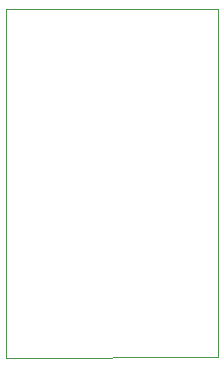
<source format=gbr>
%TF.GenerationSoftware,KiCad,Pcbnew,6.0.2+dfsg-1*%
%TF.CreationDate,2022-09-19T17:12:01+02:00*%
%TF.ProjectId,p1-interface,70312d69-6e74-4657-9266-6163652e6b69,rev?*%
%TF.SameCoordinates,Original*%
%TF.FileFunction,Profile,NP*%
%FSLAX46Y46*%
G04 Gerber Fmt 4.6, Leading zero omitted, Abs format (unit mm)*
G04 Created by KiCad (PCBNEW 6.0.2+dfsg-1) date 2022-09-19 17:12:01*
%MOMM*%
%LPD*%
G01*
G04 APERTURE LIST*
%TA.AperFunction,Profile*%
%ADD10C,0.050000*%
%TD*%
G04 APERTURE END LIST*
D10*
X126350000Y-90100000D02*
X144300000Y-90050000D01*
X144300000Y-60550000D02*
X126300000Y-60550000D01*
X144300000Y-90050000D02*
X144300000Y-60550000D01*
X126300000Y-60550000D02*
X126350000Y-90100000D01*
M02*

</source>
